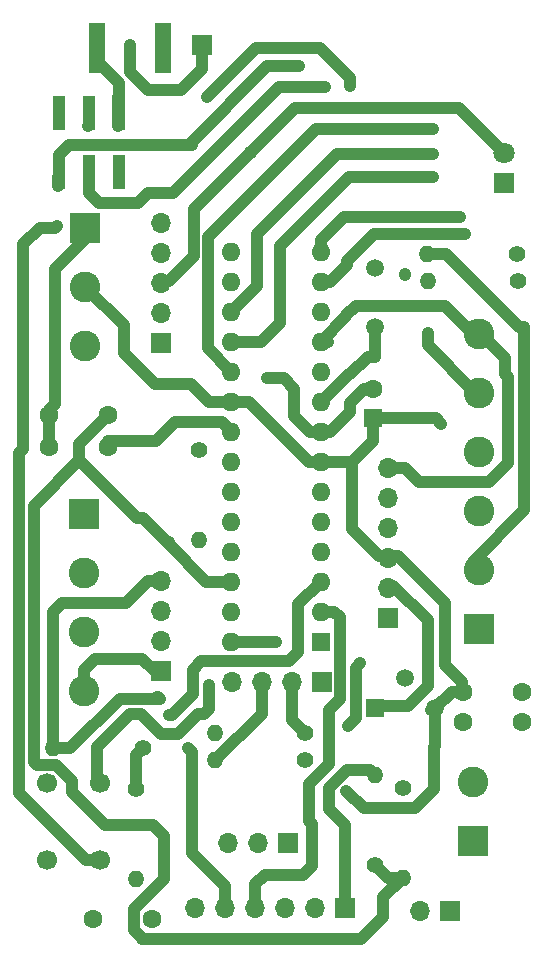
<source format=gbr>
%TF.GenerationSoftware,KiCad,Pcbnew,5.0.2-bee76a0~70~ubuntu18.04.1*%
%TF.CreationDate,2021-01-16T21:03:51-05:00*%
%TF.ProjectId,dippy,64697070-792e-46b6-9963-61645f706362,rev?*%
%TF.SameCoordinates,Original*%
%TF.FileFunction,Copper,L2,Bot*%
%TF.FilePolarity,Positive*%
%FSLAX46Y46*%
G04 Gerber Fmt 4.6, Leading zero omitted, Abs format (unit mm)*
G04 Created by KiCad (PCBNEW 5.0.2-bee76a0~70~ubuntu18.04.1) date Sat 16 Jan 2021 09:03:51 PM EST*
%MOMM*%
%LPD*%
G01*
G04 APERTURE LIST*
%TA.AperFunction,ComponentPad*%
%ADD10O,1.700000X1.700000*%
%TD*%
%TA.AperFunction,ComponentPad*%
%ADD11R,1.700000X1.700000*%
%TD*%
%TA.AperFunction,ComponentPad*%
%ADD12C,2.600000*%
%TD*%
%TA.AperFunction,ComponentPad*%
%ADD13R,2.600000X2.600000*%
%TD*%
%TA.AperFunction,ComponentPad*%
%ADD14C,1.500000*%
%TD*%
%TA.AperFunction,ComponentPad*%
%ADD15O,1.400000X1.400000*%
%TD*%
%TA.AperFunction,ComponentPad*%
%ADD16C,1.400000*%
%TD*%
%TA.AperFunction,ComponentPad*%
%ADD17C,1.600000*%
%TD*%
%TA.AperFunction,ComponentPad*%
%ADD18R,1.800000X1.800000*%
%TD*%
%TA.AperFunction,ComponentPad*%
%ADD19C,1.800000*%
%TD*%
%TA.AperFunction,ComponentPad*%
%ADD20R,1.500000X1.500000*%
%TD*%
%TA.AperFunction,ComponentPad*%
%ADD21O,1.600000X1.600000*%
%TD*%
%TA.AperFunction,ComponentPad*%
%ADD22R,1.600000X1.600000*%
%TD*%
%TA.AperFunction,ComponentPad*%
%ADD23C,1.700000*%
%TD*%
%TA.AperFunction,SMDPad,CuDef*%
%ADD24R,1.000000X3.000000*%
%TD*%
%TA.AperFunction,SMDPad,CuDef*%
%ADD25R,1.350000X4.200000*%
%TD*%
%TA.AperFunction,ViaPad*%
%ADD26C,0.800000*%
%TD*%
%TA.AperFunction,Conductor*%
%ADD27C,1.000000*%
%TD*%
G04 APERTURE END LIST*
D10*
%TO.P,J12,2*%
%TO.N,VIN*%
X-96106000Y-73719000D03*
D11*
%TO.P,J12,1*%
%TO.N,GND*%
X-93566000Y-73719000D03*
%TD*%
%TO.P,J11,1*%
%TO.N,GND*%
X-104450000Y-54325000D03*
D10*
%TO.P,J11,2*%
%TO.N,VCC*%
X-106990000Y-54325000D03*
%TO.P,J11,3*%
%TO.N,A5*%
X-109530000Y-54325000D03*
%TO.P,J11,4*%
%TO.N,A4*%
X-112070000Y-54325000D03*
%TD*%
%TO.P,J10,6*%
%TO.N,D5*%
X-98830000Y-36140000D03*
%TO.P,J10,5*%
%TO.N,D4*%
X-98830000Y-38680000D03*
%TO.P,J10,4*%
%TO.N,D3*%
X-98830000Y-41220000D03*
%TO.P,J10,3*%
%TO.N,VCC*%
X-98830000Y-43760000D03*
%TO.P,J10,2*%
%TO.N,GND*%
X-98830000Y-46300000D03*
D11*
%TO.P,J10,1*%
%TO.N,VIN*%
X-98830000Y-48840000D03*
%TD*%
D12*
%TO.P,J3,6*%
%TO.N,D5*%
X-91110000Y-24810000D03*
%TO.P,J3,5*%
%TO.N,D4*%
X-91110000Y-29810000D03*
%TO.P,J3,4*%
%TO.N,D3*%
X-91110000Y-34810000D03*
%TO.P,J3,3*%
%TO.N,VCC*%
X-91110000Y-39810000D03*
%TO.P,J3,2*%
%TO.N,GND*%
X-91110000Y-44810000D03*
D13*
%TO.P,J3,1*%
%TO.N,VIN*%
X-91110000Y-49810000D03*
%TD*%
D14*
%TO.P,Y1,2*%
%TO.N,Net-(U1-Pad10)*%
X-99925000Y-19275000D03*
%TO.P,Y1,1*%
%TO.N,Net-(U1-Pad9)*%
X-99925000Y-24275000D03*
%TD*%
D10*
%TO.P,J7,5*%
%TO.N,GND*%
X-118030000Y-15470000D03*
%TO.P,J7,4*%
%TO.N,VCC*%
X-118030000Y-18010000D03*
%TO.P,J7,3*%
%TO.N,A0*%
X-118030000Y-20550000D03*
%TO.P,J7,2*%
%TO.N,A1*%
X-118030000Y-23090000D03*
D11*
%TO.P,J7,1*%
%TO.N,A2*%
X-118030000Y-25630000D03*
%TD*%
D15*
%TO.P,R9,2*%
%TO.N,D3*%
X-113495000Y-58650000D03*
D16*
%TO.P,R9,1*%
%TO.N,VCC*%
X-105875000Y-58650000D03*
%TD*%
D17*
%TO.P,C3,2*%
%TO.N,GND*%
X-127525000Y-34375000D03*
%TO.P,C3,1*%
%TO.N,Net-(C3-Pad1)*%
X-122525000Y-34375000D03*
%TD*%
D15*
%TO.P,R8,2*%
%TO.N,A5*%
X-113470000Y-60925000D03*
D16*
%TO.P,R8,1*%
%TO.N,VCC*%
X-105850000Y-60925000D03*
%TD*%
D15*
%TO.P,R7,2*%
%TO.N,A4*%
X-127220000Y-59900000D03*
D16*
%TO.P,R7,1*%
%TO.N,VCC*%
X-119600000Y-59900000D03*
%TD*%
%TO.P,R6,1*%
%TO.N,Net-(LED1-Pad1)*%
X-87875000Y-18025000D03*
D15*
%TO.P,R6,2*%
%TO.N,GND*%
X-95495000Y-18025000D03*
%TD*%
%TO.P,R5,2*%
%TO.N,GND*%
X-99930000Y-62130000D03*
D16*
%TO.P,R5,1*%
%TO.N,A3*%
X-99930000Y-69750000D03*
%TD*%
D15*
%TO.P,R4,2*%
%TO.N,A3*%
X-97580000Y-70870000D03*
D16*
%TO.P,R4,1*%
%TO.N,VIN*%
X-97580000Y-63250000D03*
%TD*%
%TO.P,R3,1*%
%TO.N,VCC*%
X-87850000Y-20375000D03*
D15*
%TO.P,R3,2*%
%TO.N,D4*%
X-95470000Y-20375000D03*
%TD*%
%TO.P,R2,2*%
%TO.N,A2*%
X-114850000Y-42270000D03*
D16*
%TO.P,R2,1*%
%TO.N,VCC*%
X-114850000Y-34650000D03*
%TD*%
D15*
%TO.P,R1,2*%
%TO.N,RST*%
X-120200000Y-70945000D03*
D16*
%TO.P,R1,1*%
%TO.N,VCC*%
X-120200000Y-63325000D03*
%TD*%
D17*
%TO.P,C6,2*%
%TO.N,GND*%
X-127500000Y-31675000D03*
%TO.P,C6,1*%
%TO.N,A3*%
X-122500000Y-31675000D03*
%TD*%
%TO.P,C4,2*%
%TO.N,GND*%
X-87450000Y-55110000D03*
%TO.P,C4,1*%
%TO.N,VCC*%
X-92450000Y-55110000D03*
%TD*%
%TO.P,C2,2*%
%TO.N,GND*%
X-87450000Y-57700000D03*
%TO.P,C2,1*%
%TO.N,VIN*%
X-92450000Y-57700000D03*
%TD*%
%TO.P,C1,2*%
%TO.N,Net-(C1-Pad2)*%
X-118825000Y-74350000D03*
%TO.P,C1,1*%
%TO.N,RST*%
X-123825000Y-74350000D03*
%TD*%
D18*
%TO.P,LED1,1*%
%TO.N,Net-(LED1-Pad1)*%
X-89025000Y-12025000D03*
D19*
%TO.P,LED1,2*%
%TO.N,A0*%
X-89025000Y-9485000D03*
%TD*%
D20*
%TO.P,U3,1*%
%TO.N,GND*%
X-99890000Y-56500000D03*
D14*
%TO.P,U3,3*%
%TO.N,VCC*%
X-94810000Y-56500000D03*
%TO.P,U3,2*%
%TO.N,VIN*%
X-97350000Y-53960000D03*
%TD*%
D21*
%TO.P,U1,28*%
%TO.N,A5*%
X-112120000Y-50875000D03*
%TO.P,U1,14*%
%TO.N,D8*%
X-104500000Y-17855000D03*
%TO.P,U1,27*%
%TO.N,A4*%
X-112120000Y-48335000D03*
%TO.P,U1,13*%
%TO.N,D7*%
X-104500000Y-20395000D03*
%TO.P,U1,26*%
%TO.N,A3*%
X-112120000Y-45795000D03*
%TO.P,U1,12*%
%TO.N,D6*%
X-104500000Y-22935000D03*
%TO.P,U1,25*%
%TO.N,A2*%
X-112120000Y-43255000D03*
%TO.P,U1,11*%
%TO.N,D5*%
X-104500000Y-25475000D03*
%TO.P,U1,24*%
%TO.N,A1*%
X-112120000Y-40715000D03*
%TO.P,U1,10*%
%TO.N,Net-(U1-Pad10)*%
X-104500000Y-28015000D03*
%TO.P,U1,23*%
%TO.N,A0*%
X-112120000Y-38175000D03*
%TO.P,U1,9*%
%TO.N,Net-(U1-Pad9)*%
X-104500000Y-30555000D03*
%TO.P,U1,22*%
%TO.N,GND*%
X-112120000Y-35635000D03*
%TO.P,U1,8*%
X-104500000Y-33095000D03*
%TO.P,U1,21*%
%TO.N,Net-(C3-Pad1)*%
X-112120000Y-33095000D03*
%TO.P,U1,7*%
%TO.N,VCC*%
X-104500000Y-35635000D03*
%TO.P,U1,20*%
X-112120000Y-30555000D03*
%TO.P,U1,6*%
%TO.N,D4*%
X-104500000Y-38175000D03*
%TO.P,U1,19*%
%TO.N,SCK*%
X-112120000Y-28015000D03*
%TO.P,U1,5*%
%TO.N,D3*%
X-104500000Y-40715000D03*
%TO.P,U1,18*%
%TO.N,MISO*%
X-112120000Y-25475000D03*
%TO.P,U1,4*%
%TO.N,D2*%
X-104500000Y-43255000D03*
%TO.P,U1,17*%
%TO.N,MOSI*%
X-112120000Y-22935000D03*
%TO.P,U1,3*%
%TO.N,TX0*%
X-104500000Y-45795000D03*
%TO.P,U1,16*%
%TO.N,N/C*%
X-112120000Y-20395000D03*
%TO.P,U1,2*%
%TO.N,RX0*%
X-104500000Y-48335000D03*
%TO.P,U1,15*%
%TO.N,N/C*%
X-112120000Y-17855000D03*
D22*
%TO.P,U1,1*%
%TO.N,RST*%
X-104500000Y-50875000D03*
%TD*%
D23*
%TO.P,SW1,1*%
%TO.N,RST*%
X-123220000Y-62851000D03*
%TO.P,SW1,2*%
X-123220000Y-69351000D03*
%TO.P,SW1,3*%
%TO.N,GND*%
X-127720000Y-62851000D03*
%TO.P,SW1,4*%
X-127720000Y-69351000D03*
%TD*%
D11*
%TO.P,J9,1*%
%TO.N,VIN*%
X-107286000Y-67897000D03*
D10*
%TO.P,J9,2*%
%TO.N,GND*%
X-109826000Y-67897000D03*
%TO.P,J9,3*%
%TO.N,VCC*%
X-112366000Y-67897000D03*
%TD*%
D12*
%TO.P,J8,4*%
%TO.N,GND*%
X-124600000Y-55060000D03*
%TO.P,J8,3*%
%TO.N,VCC*%
X-124600000Y-50060000D03*
%TO.P,J8,2*%
%TO.N,A5*%
X-124600000Y-45060000D03*
D13*
%TO.P,J8,1*%
%TO.N,A4*%
X-124600000Y-40060000D03*
%TD*%
D10*
%TO.P,J6,4*%
%TO.N,A4*%
X-118020000Y-45750000D03*
%TO.P,J6,3*%
%TO.N,A5*%
X-118020000Y-48290000D03*
%TO.P,J6,2*%
%TO.N,VCC*%
X-118020000Y-50830000D03*
D11*
%TO.P,J6,1*%
%TO.N,GND*%
X-118020000Y-53370000D03*
%TD*%
D24*
%TO.P,J5,1*%
%TO.N,MISO*%
X-126715000Y-11145000D03*
%TO.P,J5,2*%
%TO.N,VCC*%
X-126715000Y-6105000D03*
%TO.P,J5,3*%
%TO.N,SCK*%
X-124175000Y-11145000D03*
%TO.P,J5,4*%
%TO.N,MOSI*%
X-124175000Y-6105000D03*
%TO.P,J5,5*%
%TO.N,RST*%
X-121635000Y-11145000D03*
%TO.P,J5,6*%
%TO.N,GND*%
X-121635000Y-6105000D03*
%TD*%
D25*
%TO.P,J4,2*%
%TO.N,GND*%
X-123505000Y-621000D03*
X-117855000Y-621000D03*
%TD*%
D12*
%TO.P,J2,3*%
%TO.N,A2*%
X-124470000Y-25820000D03*
%TO.P,J2,2*%
%TO.N,VCC*%
X-124470000Y-20820000D03*
D13*
%TO.P,J2,1*%
%TO.N,GND*%
X-124470000Y-15820000D03*
%TD*%
%TO.P,J1,1*%
%TO.N,GND*%
X-91660000Y-67800000D03*
D12*
%TO.P,J1,2*%
%TO.N,VIN*%
X-91660000Y-62800000D03*
%TD*%
D11*
%TO.P,FTDI1,1*%
%TO.N,GND*%
X-102425000Y-73425000D03*
D10*
%TO.P,FTDI1,2*%
%TO.N,N/C*%
X-104965000Y-73425000D03*
%TO.P,FTDI1,3*%
%TO.N,VIN*%
X-107505000Y-73425000D03*
%TO.P,FTDI1,4*%
%TO.N,RX0*%
X-110045000Y-73425000D03*
%TO.P,FTDI1,5*%
%TO.N,TX0*%
X-112585000Y-73425000D03*
%TO.P,FTDI1,6*%
%TO.N,Net-(C1-Pad2)*%
X-115125000Y-73425000D03*
%TD*%
D22*
%TO.P,C5,1*%
%TO.N,VCC*%
X-100125000Y-31975000D03*
D17*
%TO.P,C5,2*%
%TO.N,GND*%
X-100125000Y-29475000D03*
%TD*%
D11*
%TO.P,AT1,1*%
%TO.N,Net-(AT1-Pad1)*%
X-114584000Y-367000D03*
%TD*%
D26*
%TO.N,Net-(AT1-Pad1)*%
X-120680000Y-367000D03*
%TO.N,RST*%
X-121650000Y-12150000D03*
X-126875000Y-15700000D03*
X-113960000Y-54560000D03*
%TO.N,GND*%
X-117855000Y-621000D03*
X-123505000Y-621000D03*
X-108996000Y-28561000D03*
X-121635000Y-6105000D03*
X-127030000Y-19315000D03*
X-103825000Y-65025000D03*
X-97350000Y-19850000D03*
%TO.N,VCC*%
X-126700000Y-5225000D03*
X-102375000Y-63500000D03*
X-94325000Y-32450000D03*
%TO.N,TX0*%
X-115800000Y-59850000D03*
X-117380000Y-57070000D03*
%TO.N,D4*%
X-95450000Y-24775000D03*
%TO.N,D3*%
X-102200000Y-58000000D03*
X-101175000Y-52700000D03*
%TO.N,MOSI*%
X-95026000Y-9575000D03*
X-124175000Y-6105000D03*
X-114125000Y-4775000D03*
X-102025000Y-3875000D03*
X-101820000Y-9575000D03*
%TO.N,SCK*%
X-95026000Y-7479000D03*
X-124175000Y-12225000D03*
X-104175000Y-3925000D03*
X-104054000Y-7479000D03*
%TO.N,MISO*%
X-95026000Y-11575000D03*
X-106350000Y-2175000D03*
X-103408000Y-12813000D03*
%TO.N,A4*%
X-118140000Y-55730000D03*
%TO.N,A5*%
X-108300000Y-50925000D03*
%TO.N,D8*%
X-92750000Y-14940000D03*
%TO.N,D7*%
X-92330000Y-16340000D03*
%TD*%
D27*
%TO.N,Net-(AT1-Pad1)*%
X-120680000Y-367000D02*
X-120680000Y-2653000D01*
X-120680000Y-2653000D02*
X-119156000Y-4177000D01*
X-119156000Y-4177000D02*
X-116362000Y-4177000D01*
X-114584000Y-2399000D02*
X-114584000Y-367000D01*
X-116362000Y-4177000D02*
X-114584000Y-2399000D01*
%TO.N,RST*%
X-124422081Y-69351000D02*
X-130078000Y-63695081D01*
X-123220000Y-69351000D02*
X-124422081Y-69351000D01*
X-129700001Y-34533001D02*
X-129700001Y-18531001D01*
X-130078000Y-63695081D02*
X-130078000Y-34911000D01*
X-130078000Y-34911000D02*
X-129700001Y-34533001D01*
X-129700001Y-18531001D02*
X-129700001Y-17600001D01*
X-129700001Y-17600001D02*
X-129700001Y-17250001D01*
X-129700001Y-17250001D02*
X-128325000Y-15875000D01*
X-128325000Y-15875000D02*
X-127050000Y-15875000D01*
X-127050000Y-15875000D02*
X-126875000Y-15700000D01*
X-123474000Y-62597000D02*
X-123220000Y-62851000D01*
X-123474000Y-59803000D02*
X-123474000Y-62597000D01*
X-119751000Y-57009000D02*
X-120680000Y-57009000D01*
X-113960000Y-56585000D02*
X-114384000Y-57009000D01*
X-113960000Y-54560000D02*
X-113960000Y-56585000D01*
X-116610000Y-58710000D02*
X-118050000Y-58710000D01*
X-114384000Y-57009000D02*
X-114909000Y-57009000D01*
X-118050000Y-58710000D02*
X-119751000Y-57009000D01*
X-120680000Y-57009000D02*
X-123474000Y-59803000D01*
X-114909000Y-57009000D02*
X-116610000Y-58710000D01*
%TO.N,GND*%
X-102670998Y-73425000D02*
X-102425000Y-73425000D01*
X-109034000Y-28561000D02*
X-108996000Y-28561000D01*
X-123505000Y-621000D02*
X-123505000Y-1160000D01*
X-121696000Y-7245000D02*
X-121696000Y-4745000D01*
X-121635000Y-3605000D02*
X-123505000Y-1735000D01*
X-123505000Y-1735000D02*
X-123505000Y-621000D01*
X-121635000Y-6105000D02*
X-121635000Y-3605000D01*
X-123825000Y-16110000D02*
X-127030000Y-19315000D01*
X-127030000Y-19315000D02*
X-127030000Y-30795000D01*
X-127550000Y-31250000D02*
X-127525000Y-31225000D01*
X-108996000Y-28561000D02*
X-107639000Y-28561000D01*
X-107639000Y-28561000D02*
X-106750000Y-29450000D01*
X-106750000Y-29450000D02*
X-106750000Y-31775000D01*
X-105430000Y-33095000D02*
X-104500000Y-33095000D01*
X-106750000Y-31775000D02*
X-105430000Y-33095000D01*
X-127525000Y-31700000D02*
X-127500000Y-31675000D01*
X-127525000Y-34375000D02*
X-127525000Y-31700000D01*
X-127500000Y-31265000D02*
X-127030000Y-30795000D01*
X-127500000Y-31675000D02*
X-127500000Y-31265000D01*
X-104500000Y-33095000D02*
X-103695000Y-33095000D01*
X-97413000Y-19787000D02*
X-97350000Y-19850000D01*
X-87275000Y-39775000D02*
X-91650000Y-44150000D01*
X-87275000Y-24200000D02*
X-87275000Y-39775000D01*
X-87700000Y-24200000D02*
X-87275000Y-24200000D01*
X-95495000Y-18025000D02*
X-93875000Y-18025000D01*
X-93875000Y-18025000D02*
X-87700000Y-24200000D01*
X-100125000Y-29475000D02*
X-100835000Y-29475000D01*
X-100835000Y-29475000D02*
X-102060000Y-30700000D01*
X-102060000Y-31460000D02*
X-103695000Y-33095000D01*
X-102060000Y-30700000D02*
X-102060000Y-31460000D01*
X-118020000Y-53370000D02*
X-118590000Y-53370000D01*
X-118590000Y-53370000D02*
X-119640000Y-52320000D01*
X-119640000Y-52320000D02*
X-123630000Y-52320000D01*
X-124600000Y-53290000D02*
X-124600000Y-55060000D01*
X-123630000Y-52320000D02*
X-124600000Y-53290000D01*
X-97130000Y-56300000D02*
X-97728998Y-56300000D01*
X-95475000Y-54645000D02*
X-97130000Y-56300000D01*
X-98372919Y-46160000D02*
X-95475000Y-49057919D01*
X-97728998Y-56300000D02*
X-99875000Y-56300000D01*
X-95475000Y-49057919D02*
X-95475000Y-54645000D01*
X-100328000Y-61732000D02*
X-99930000Y-62130000D01*
X-102304070Y-61732000D02*
X-100328000Y-61732000D01*
X-103825000Y-65025000D02*
X-103825000Y-63252930D01*
X-103825000Y-63252930D02*
X-102304070Y-61732000D01*
X-102425000Y-66425000D02*
X-103825000Y-65025000D01*
X-102425000Y-73425000D02*
X-102425000Y-66425000D01*
%TO.N,Net-(C3-Pad1)*%
X-112919999Y-32295001D02*
X-112120000Y-33095000D01*
X-116870001Y-32295001D02*
X-112919999Y-32295001D01*
X-118500000Y-33925000D02*
X-116870001Y-32295001D01*
X-122525000Y-34325000D02*
X-122125000Y-33925000D01*
X-122525000Y-34375000D02*
X-122525000Y-34325000D01*
X-122550000Y-33925000D02*
X-122125000Y-33925000D01*
X-122125000Y-33925000D02*
X-118500000Y-33925000D01*
%TO.N,VCC*%
X-104500000Y-35635000D02*
X-105478000Y-35635000D01*
X-110558000Y-30555000D02*
X-112120000Y-30555000D01*
X-105478000Y-35635000D02*
X-110558000Y-30555000D01*
X-104500000Y-35635000D02*
X-101835000Y-35635000D01*
X-120172000Y-60472000D02*
X-119600000Y-59900000D01*
X-120172000Y-62597000D02*
X-120172000Y-60472000D01*
X-106990000Y-57535000D02*
X-106990000Y-54325000D01*
X-105875000Y-58650000D02*
X-106990000Y-57535000D01*
X-95170000Y-56675000D02*
X-94795000Y-56300000D01*
X-92569000Y-54286000D02*
X-94025000Y-52830000D01*
X-94025000Y-52830000D02*
X-94025000Y-47575000D01*
X-97980000Y-43620000D02*
X-99575000Y-43620000D01*
X-94025000Y-47575000D02*
X-97980000Y-43620000D01*
X-101835000Y-41360000D02*
X-101835000Y-35635000D01*
X-99575000Y-43620000D02*
X-101835000Y-41360000D01*
X-100125000Y-33925000D02*
X-101835000Y-35635000D01*
X-100125000Y-31975000D02*
X-100125000Y-33925000D01*
X-94800000Y-31975000D02*
X-94325000Y-32450000D01*
X-100125000Y-31975000D02*
X-94800000Y-31975000D01*
X-121200000Y-26410000D02*
X-121200000Y-24090000D01*
X-115514998Y-29035002D02*
X-118574998Y-29035002D01*
X-121200000Y-24090000D02*
X-124470000Y-20820000D01*
X-118574998Y-29035002D02*
X-121200000Y-26410000D01*
X-112120000Y-30555000D02*
X-113995000Y-30555000D01*
X-113995000Y-30555000D02*
X-115514998Y-29035002D01*
X-120200000Y-62625000D02*
X-120172000Y-62597000D01*
X-120200000Y-63325000D02*
X-120200000Y-62625000D01*
X-92569000Y-54991000D02*
X-92450000Y-55110000D01*
X-92569000Y-54286000D02*
X-92569000Y-54991000D01*
X-93420000Y-55110000D02*
X-94810000Y-56500000D01*
X-92450000Y-55110000D02*
X-93420000Y-55110000D01*
X-94810000Y-56500000D02*
X-94810000Y-59710000D01*
X-102375000Y-63500000D02*
X-100870000Y-65005000D01*
X-100870000Y-65005000D02*
X-96575000Y-65005000D01*
X-96575000Y-65005000D02*
X-94930000Y-63360000D01*
X-94930000Y-59830000D02*
X-94810000Y-59710000D01*
X-94930000Y-63360000D02*
X-94930000Y-59830000D01*
%TO.N,A3*%
X-112120000Y-45795000D02*
X-114205000Y-45795000D01*
X-114205000Y-45795000D02*
X-117375000Y-42625000D01*
X-117375000Y-42625000D02*
X-117375000Y-42475000D01*
X-117375000Y-42625000D02*
X-119600000Y-40400000D01*
X-124950000Y-34125000D02*
X-122500000Y-31675000D01*
X-124950000Y-35530000D02*
X-124950000Y-34125000D01*
X-120080000Y-40400000D02*
X-124950000Y-35530000D01*
X-119600000Y-40400000D02*
X-120080000Y-40400000D01*
X-101122000Y-76059000D02*
X-99227000Y-74164000D01*
X-128569999Y-61300001D02*
X-126976997Y-61300001D01*
X-117775000Y-70975000D02*
X-120325001Y-73525001D01*
X-128810000Y-54030000D02*
X-128840000Y-54060000D01*
X-128840000Y-61030000D02*
X-128569999Y-61300001D01*
X-124950000Y-35530000D02*
X-128810000Y-39390000D01*
X-122754999Y-66445001D02*
X-118686001Y-66445001D01*
X-128810000Y-39390000D02*
X-128810000Y-54030000D01*
X-126976997Y-61300001D02*
X-125575000Y-62701998D01*
X-119616000Y-75984000D02*
X-119616000Y-76059000D01*
X-125575000Y-62701998D02*
X-125575000Y-63625000D01*
X-128840000Y-54060000D02*
X-128840000Y-61030000D01*
X-120325001Y-75274999D02*
X-119616000Y-75984000D01*
X-125575000Y-63625000D02*
X-122754999Y-66445001D01*
X-119616000Y-76059000D02*
X-101122000Y-76059000D01*
X-118686001Y-66445001D02*
X-117775000Y-67356002D01*
X-120325001Y-73525001D02*
X-120325001Y-75274999D01*
X-117775000Y-67356002D02*
X-117775000Y-70975000D01*
X-98810000Y-70870000D02*
X-99930000Y-69750000D01*
X-97580000Y-70870000D02*
X-98810000Y-70870000D01*
X-99227000Y-72517000D02*
X-97580000Y-70870000D01*
X-99227000Y-74164000D02*
X-99227000Y-72517000D01*
%TO.N,D5*%
X-104500000Y-25475000D02*
X-103875000Y-25475000D01*
X-104500000Y-25475000D02*
X-102350000Y-23325000D01*
X-102350000Y-23325000D02*
X-102350000Y-23250000D01*
X-102350000Y-23250000D02*
X-101575000Y-22475000D01*
X-93975000Y-22475000D02*
X-91600000Y-24850000D01*
X-101575000Y-22475000D02*
X-93975000Y-22475000D01*
X-91650000Y-24150000D02*
X-88950000Y-26850000D01*
X-90250000Y-37325000D02*
X-96225000Y-37325000D01*
X-88950000Y-28210000D02*
X-88660000Y-28500000D01*
X-88950000Y-26850000D02*
X-88950000Y-28210000D01*
X-88660000Y-35735000D02*
X-90250000Y-37325000D01*
X-88660000Y-28500000D02*
X-88660000Y-35735000D01*
X-97410000Y-36140000D02*
X-96225000Y-37325000D01*
X-98830000Y-36140000D02*
X-97410000Y-36140000D01*
%TO.N,TX0*%
X-112585000Y-71590000D02*
X-112585000Y-73425000D01*
X-115400001Y-68774999D02*
X-112585000Y-71590000D01*
X-115400001Y-60249999D02*
X-115400001Y-68774999D01*
X-115800000Y-59850000D02*
X-115400001Y-60249999D01*
X-106425000Y-47720000D02*
X-104500000Y-45795000D01*
X-115350000Y-53250000D02*
X-115325000Y-53250000D01*
X-106425000Y-51750000D02*
X-106425000Y-47720000D01*
X-115375000Y-53275000D02*
X-115350000Y-53250000D01*
X-115325000Y-53250000D02*
X-114625000Y-52550000D01*
X-107225000Y-52550000D02*
X-106425000Y-51750000D01*
X-114625000Y-52550000D02*
X-107225000Y-52550000D01*
X-115325000Y-53250000D02*
X-115325000Y-55285000D01*
X-115325000Y-55285000D02*
X-117110000Y-57070000D01*
X-117110000Y-57070000D02*
X-117380000Y-57070000D01*
%TO.N,RX0*%
X-106030000Y-70650000D02*
X-109275000Y-70650000D01*
X-105240000Y-69860000D02*
X-106030000Y-70650000D01*
X-105525000Y-62942930D02*
X-105525000Y-66065000D01*
X-105525000Y-66065000D02*
X-105240000Y-66350000D01*
X-103850000Y-61267930D02*
X-105525000Y-62942930D01*
X-103368630Y-48335000D02*
X-102899999Y-48803631D01*
X-110045000Y-71420000D02*
X-110045000Y-73425000D01*
X-109275000Y-70650000D02*
X-110045000Y-71420000D01*
X-102899999Y-48803631D02*
X-102899999Y-55735001D01*
X-103435002Y-56235002D02*
X-103850000Y-56650000D01*
X-103850000Y-56650000D02*
X-103850000Y-61267930D01*
X-104500000Y-48335000D02*
X-103368630Y-48335000D01*
X-102899999Y-55735001D02*
X-103400000Y-56235002D01*
X-105240000Y-66350000D02*
X-105240000Y-69860000D01*
X-103400000Y-56235002D02*
X-103435002Y-56235002D01*
%TO.N,A0*%
X-115276010Y-18246010D02*
X-115276010Y-14251010D01*
X-117350000Y-20320000D02*
X-115276010Y-18246010D01*
X-115276010Y-14251010D02*
X-110500000Y-9475000D01*
X-110500000Y-9475000D02*
X-110500000Y-9425000D01*
X-110500000Y-9475000D02*
X-110450000Y-9475000D01*
X-92810000Y-5700000D02*
X-89025000Y-9485000D01*
X-106700000Y-5700000D02*
X-92810000Y-5700000D01*
X-110500000Y-9475000D02*
X-110475000Y-9475000D01*
X-110475000Y-9475000D02*
X-106700000Y-5700000D01*
%TO.N,D4*%
X-95450000Y-24775000D02*
X-95450000Y-25800000D01*
X-91600000Y-29650000D02*
X-91600000Y-29850000D01*
X-95450000Y-25800000D02*
X-91600000Y-29650000D01*
%TO.N,D3*%
X-102200000Y-58000000D02*
X-101699989Y-57499989D01*
X-101574999Y-57374999D02*
X-101699989Y-57499989D01*
X-101574999Y-53099999D02*
X-101574999Y-57374999D01*
X-101175000Y-52700000D02*
X-101574999Y-53099999D01*
%TO.N,MOSI*%
X-109942009Y-20757009D02*
X-109942009Y-16379939D01*
X-109942009Y-16379939D02*
X-103137070Y-9575000D01*
X-112120000Y-22935000D02*
X-109942009Y-20757009D01*
X-103137070Y-9575000D02*
X-101820000Y-9575000D01*
X-101820000Y-9575000D02*
X-95026000Y-9575000D01*
X-124236000Y-7245000D02*
X-124236000Y-7225000D01*
X-114125000Y-4775000D02*
X-109975000Y-625000D01*
X-109975000Y-625000D02*
X-104550000Y-625000D01*
X-104550000Y-625000D02*
X-102025000Y-3150000D01*
X-102025000Y-3150000D02*
X-102025000Y-3875000D01*
%TO.N,SCK*%
X-114076000Y-26059000D02*
X-112120000Y-28015000D01*
X-114076000Y-16623000D02*
X-114076000Y-26059000D01*
X-113701500Y-16248500D02*
X-114076000Y-16623000D01*
X-124175000Y-11145000D02*
X-124175000Y-12875000D01*
X-124175000Y-12875000D02*
X-123325000Y-13725000D01*
X-111178000Y-13725000D02*
X-111039000Y-13586000D01*
X-104932000Y-7479000D02*
X-111039000Y-13586000D01*
X-111039000Y-13586000D02*
X-113701500Y-16248500D01*
X-123325000Y-13725000D02*
X-119975000Y-13725000D01*
X-119975000Y-13725000D02*
X-119150000Y-12900000D01*
X-119150000Y-12900000D02*
X-117000000Y-12900000D01*
X-117000000Y-12900000D02*
X-108025000Y-3925000D01*
X-108025000Y-3925000D02*
X-104175000Y-3925000D01*
X-95026000Y-7479000D02*
X-104054000Y-7479000D01*
X-104054000Y-7479000D02*
X-104932000Y-7479000D01*
%TO.N,MISO*%
X-95058000Y-11543000D02*
X-95026000Y-11575000D01*
X-109542000Y-25475000D02*
X-112120000Y-25475000D01*
X-107980000Y-23913000D02*
X-109542000Y-25475000D01*
X-107980000Y-17385000D02*
X-107980000Y-23913000D01*
X-95026000Y-11575000D02*
X-102170000Y-11575000D01*
X-102170000Y-11575000D02*
X-103408000Y-12813000D01*
X-103408000Y-12813000D02*
X-107980000Y-17385000D01*
X-126776000Y-12285000D02*
X-126776000Y-11564998D01*
X-126715000Y-11145000D02*
X-126715000Y-9715000D01*
X-126715000Y-9715000D02*
X-125800000Y-8800000D01*
X-125800000Y-8800000D02*
X-115900000Y-8800000D01*
X-115900000Y-8800000D02*
X-115425000Y-8800000D01*
X-115900000Y-8800000D02*
X-115700000Y-8800000D01*
X-115700000Y-8800000D02*
X-109075000Y-2175000D01*
X-109075000Y-2175000D02*
X-106350000Y-2175000D01*
%TO.N,A4*%
X-118350000Y-55600000D02*
X-118270000Y-55600000D01*
X-118270000Y-55600000D02*
X-118140000Y-55730000D01*
X-118140000Y-55730000D02*
X-121550000Y-55730000D01*
X-125720000Y-59900000D02*
X-127220000Y-59900000D01*
X-121550000Y-55730000D02*
X-125720000Y-59900000D01*
X-127220000Y-59900000D02*
X-127220000Y-48400000D01*
X-127220000Y-48400000D02*
X-126430000Y-47610000D01*
X-126430000Y-47610000D02*
X-120970000Y-47610000D01*
X-119110000Y-45750000D02*
X-118020000Y-45750000D01*
X-120970000Y-47610000D02*
X-119110000Y-45750000D01*
%TO.N,A5*%
X-109530000Y-56985000D02*
X-109530000Y-54325000D01*
X-113470000Y-60925000D02*
X-109530000Y-56985000D01*
X-112070000Y-50925000D02*
X-112120000Y-50875000D01*
X-108300000Y-50925000D02*
X-112070000Y-50925000D01*
%TO.N,D8*%
X-104500000Y-16890000D02*
X-104500000Y-17855000D01*
X-92750000Y-14940000D02*
X-102550000Y-14940000D01*
X-102550000Y-14940000D02*
X-104500000Y-16890000D01*
%TO.N,D7*%
X-104500000Y-20395000D02*
X-103745000Y-20395000D01*
X-103745000Y-20395000D02*
X-102330000Y-18980000D01*
X-102330000Y-18980000D02*
X-102330000Y-18650000D01*
X-102330000Y-18650000D02*
X-100020000Y-16340000D01*
X-100020000Y-16340000D02*
X-92330000Y-16340000D01*
%TO.N,Net-(U1-Pad9)*%
X-99925000Y-26750000D02*
X-99925000Y-24275000D01*
X-99925000Y-26750000D02*
X-100550000Y-26750000D01*
X-100550000Y-26750000D02*
X-102020000Y-28220000D01*
X-102165000Y-28220000D02*
X-104500000Y-30555000D01*
X-102020000Y-28220000D02*
X-102165000Y-28220000D01*
%TD*%
M02*

</source>
